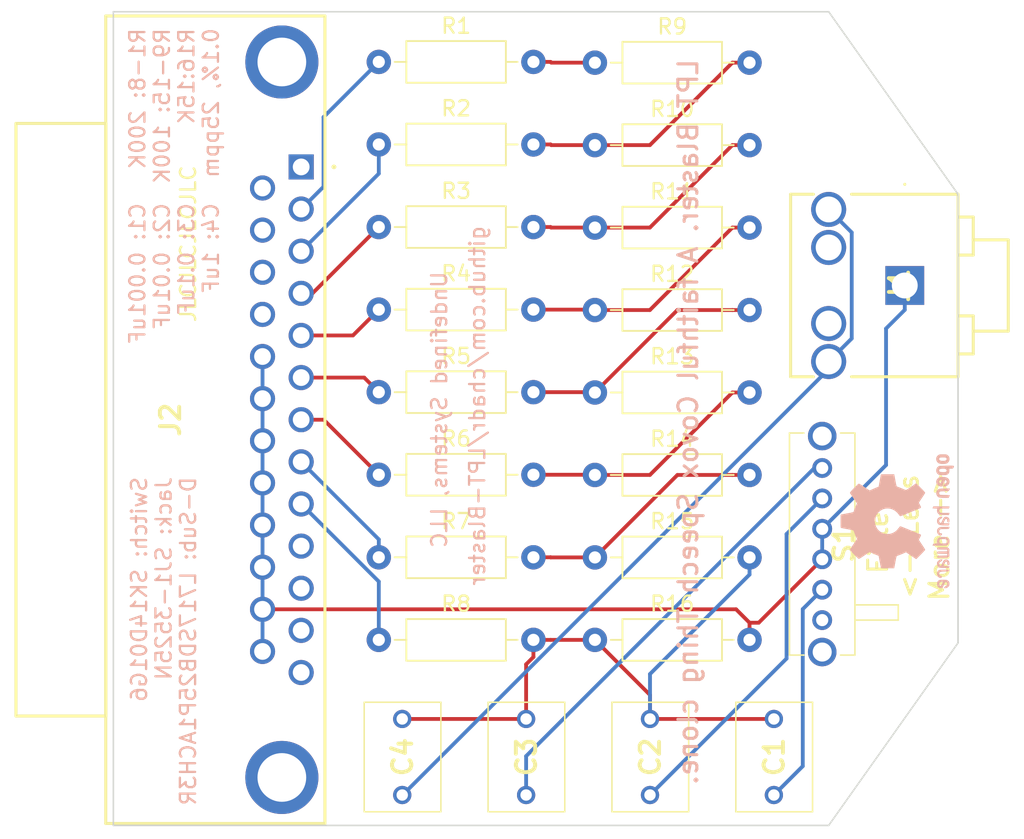
<source format=kicad_pcb>
(kicad_pcb (version 20221018) (generator pcbnew)
  (layers (0 "F.Cu" signal) (31 "B.Cu" signal) (34 "B.Paste" user) (35 "F.Paste" user) (36 "B.SilkS" user "B.Silkscreen") (37 "F.SilkS" user "F.Silkscreen") (38 "B.Mask" user) (39 "F.Mask" user) (44 "Edge.Cuts" user))
  (net 0 "")
  (net 1 "DAC OUT")
  (net 2 "Net-(C1-Pad2)")
  (net 3 "Net-(C2-Pad2)")
  (net 4 "Net-(C3-Pad2)")
  (net 5 "Filter Out")
  (net 6 "GND")
  (net 7 "D0")
  (net 8 "D1")
  (net 9 "D2")
  (net 10 "D3")
  (net 11 "D4")
  (net 15 "D5")
  (net 16 "D6")
  (net 17 "D7")
  (net 18 "Net-(R1-Pad2)")
  (net 19 "Net-(R10-Pad1)")
  (net 20 "Net-(R10-Pad2)")
  (net 21 "Net-(R11-Pad2)")
  (net 22 "Net-(R12-Pad2)")
  (net 31 "Net-(R13-Pad2)")
  (net 32 "Net-(R14-Pad2)")
  (footprint "Resistor_THT:R_Axial_DIN0207_L6.3mm_D2.5mm_P10.16mm_Horizontal" (layer "F.Cu") (at 127.64 72.9571)
    (fp_text reference "R14" (at 5.08 -2.37) (layer "F.SilkS"))
    (fp_text value "100K")
    (pad "1" thru_hole circle (at 0 0) (size 1.6 1.6) (drill 0.8) (layers "*.Cu" "*.Mask") (net 31 "Net-(R13-Pad2)"))
    (pad "2" thru_hole oval (at 10.16 0) (size 1.6 1.6) (drill 0.8) (layers "*.Cu" "*.Mask") (net 32 "Net-(R14-Pad2)"))
  )
  (footprint "Resistor_THT:R_Axial_DIN0207_L6.3mm_D2.5mm_P10.16mm_Horizontal" (layer "F.Cu") (at 113.44 56.6571)
    (fp_text reference "R3" (at 5.08 -2.37) (layer "F.SilkS"))
    (fp_text value "200K")
    (pad "1" thru_hole circle (at 0 0) (size 1.6 1.6) (drill 0.8) (layers "*.Cu" "*.Mask") (net 9 "D2"))
    (pad "2" thru_hole oval (at 10.16 0) (size 1.6 1.6) (drill 0.8) (layers "*.Cu" "*.Mask") (net 20 "Net-(R10-Pad2)"))
  )
  (footprint "Resistor_THT:R_Axial_DIN0207_L6.3mm_D2.5mm_P10.16mm_Horizontal" (layer "F.Cu") (at 127.64 78.3786)
    (fp_text reference "R15" (at 5.08 -2.37) (layer "F.SilkS"))
    (fp_text value "100K")
    (pad "1" thru_hole circle (at 0 0) (size 1.6 1.6) (drill 0.8) (layers "*.Cu" "*.Mask") (net 32 "Net-(R14-Pad2)"))
    (pad "2" thru_hole oval (at 10.16 0) (size 1.6 1.6) (drill 0.8) (layers "*.Cu" "*.Mask") (net 1 "DAC OUT"))
  )
  (footprint "Resistor_THT:R_Axial_DIN0207_L6.3mm_D2.5mm_P10.16mm_Horizontal" (layer "F.Cu") (at 113.44 83.8)
    (fp_text reference "R8" (at 5.08 -2.37) (layer "F.SilkS"))
    (fp_text value "200K")
    (pad "1" thru_hole circle (at 0 0) (size 1.6 1.6) (drill 0.8) (layers "*.Cu" "*.Mask") (net 17 "D7"))
    (pad "2" thru_hole oval (at 10.16 0) (size 1.6 1.6) (drill 0.8) (layers "*.Cu" "*.Mask") (net 1 "DAC OUT"))
  )
  (footprint "Resistor_THT:R_Axial_DIN0207_L6.3mm_D2.5mm_P10.16mm_Horizontal" (layer "F.Cu") (at 127.64 62.1143)
    (fp_text reference "R12" (at 5.08 -2.37) (layer "F.SilkS"))
    (fp_text value "100K")
    (pad "1" thru_hole circle (at 0 0) (size 1.6 1.6) (drill 0.8) (layers "*.Cu" "*.Mask") (net 21 "Net-(R11-Pad2)"))
    (pad "2" thru_hole oval (at 10.16 0) (size 1.6 1.6) (drill 0.8) (layers "*.Cu" "*.Mask") (net 22 "Net-(R12-Pad2)"))
  )
  (footprint "2:L717SDB25P1ACH3R" (layer "F.Cu") (at 108.34 52.705 -90)
    (fp_text reference "J2" (at 16.62 8.59 90) (layer "F.SilkS") (effects (font (size 1.27 1.27) (thickness 0.254))))
    (fp_text value "L717SDB25P1ACH3R" hide)
    (pad "1" thru_hole rect (at 0 0 270) (size 1.65 1.65) (drill 1.1) (layers "*.Cu" "*.Mask"))
    (pad "2" thru_hole circle (at 2.77 0 270) (size 1.65 1.65) (drill 1.1) (layers "*.Cu" "*.Mask") (net 7 "D0"))
    (pad "3" thru_hole circle (at 5.54 0 270) (size 1.65 1.65) (drill 1.1) (layers "*.Cu" "*.Mask") (net 8 "D1"))
    (pad "4" thru_hole circle (at 8.31 0 270) (size 1.65 1.65) (drill 1.1) (layers "*.Cu" "*.Mask") (net 9 "D2"))
    (pad "5" thru_hole circle (at 11.08 0 270) (size 1.65 1.65) (drill 1.1) (layers "*.Cu" "*.Mask") (net 10 "D3"))
    (pad "6" thru_hole circle (at 13.85 0 270) (size 1.65 1.65) (drill 1.1) (layers "*.Cu" "*.Mask") (net 11 "D4"))
    (pad "7" thru_hole circle (at 16.62 0 270) (size 1.65 1.65) (drill 1.1) (layers "*.Cu" "*.Mask") (net 15 "D5"))
    (pad "8" thru_hole circle (at 19.39 0 270) (size 1.65 1.65) (drill 1.1) (layers "*.Cu" "*.Mask") (net 16 "D6"))
    (pad "9" thru_hole circle (at 22.16 0 270) (size 1.65 1.65) (drill 1.1) (layers "*.Cu" "*.Mask") (net 17 "D7"))
    (pad "10" thru_hole circle (at 24.93 0 270) (size 1.65 1.65) (drill 1.1) (layers "*.Cu" "*.Mask"))
    (pad "11" thru_hole circle (at 27.7 0 270) (size 1.65 1.65) (drill 1.1) (layers "*.Cu" "*.Mask"))
    (pad "12" thru_hole circle (at 30.47 0 270) (size 1.65 1.65) (drill 1.1) (layers "*.Cu" "*.Mask"))
    (pad "13" thru_hole circle (at 33.24 0 270) (size 1.65 1.65) (drill 1.1) (layers "*.Cu" "*.Mask"))
    (pad "14" thru_hole circle (at 1.385 2.54 270) (size 1.65 1.65) (drill 1.1) (layers "*.Cu" "*.Mask"))
    (pad "15" thru_hole circle (at 4.155 2.54 270) (size 1.65 1.65) (drill 1.1) (layers "*.Cu" "*.Mask"))
    (pad "16" thru_hole circle (at 6.925 2.54 270) (size 1.65 1.65) (drill 1.1) (layers "*.Cu" "*.Mask"))
    (pad "17" thru_hole circle (at 9.695 2.54 270) (size 1.65 1.65) (drill 1.1) (layers "*.Cu" "*.Mask"))
    (pad "18" thru_hole circle (at 12.465 2.54 270) (size 1.65 1.65) (drill 1.1) (layers "*.Cu" "*.Mask") (net 6 "GND"))
    (pad "19" thru_hole circle (at 15.235 2.54 270) (size 1.65 1.65) (drill 1.1) (layers "*.Cu" "*.Mask") (net 6 "GND"))
    (pad "20" thru_hole circle (at 18.005 2.54 270) (size 1.65 1.65) (drill 1.1) (layers "*.Cu" "*.Mask") (net 6 "GND"))
    (pad "21" thru_hole circle (at 20.775 2.54 270) (size 1.65 1.65) (drill 1.1) (layers "*.Cu" "*.Mask") (net 6 "GND"))
    (pad "22" thru_hole circle (at 23.545 2.54 270) (size 1.65 1.65) (drill 1.1) (layers "*.Cu" "*.Mask") (net 6 "GND"))
    (pad "23" thru_hole circle (at 26.315 2.54 270) (size 1.65 1.65) (drill 1.1) (layers "*.Cu" "*.Mask") (net 6 "GND"))
    (pad "24" thru_hole circle (at 29.085 2.54 270) (size 1.65 1.65) (drill 1.1) (layers "*.Cu" "*.Mask") (net 6 "GND"))
    (pad "25" thru_hole circle (at 31.855 2.54 270) (size 1.65 1.65) (drill 1.1) (layers "*.Cu" "*.Mask") (net 6 "GND"))
    (pad "MH1" thru_hole circle (at -6.9 1.27 270) (size 4.8 4.8) (drill 3.2) (layers "*.Cu" "*.Mask"))
    (pad "MH2" thru_hole circle (at 40.14 1.27 270) (size 4.8 4.8) (drill 3.2) (layers "*.Cu" "*.Mask"))
  )
  (footprint "3:R82DC4100DQ60J" (layer "F.Cu") (at 139.4 89 -90)
    (fp_text reference "C1" (at 2.5 -0.02 90) (layer "F.SilkS") (effects (font (size 1.27 1.27) (thickness 0.254))))
    (fp_text value "0.001uF" hide)
    (pad "1" thru_hole circle (at 0 0 270) (size 1.2 1.2) (drill 0.75) (layers "*.Cu" "*.Mask") (net 1 "DAC OUT"))
    (pad "2" thru_hole circle (at 5 0 270) (size 1.2 1.2) (drill 0.75) (layers "*.Cu" "*.Mask") (net 2 "Net-(C1-Pad2)"))
  )
  (footprint "Resistor_THT:R_Axial_DIN0207_L6.3mm_D2.5mm_P10.16mm_Horizontal" (layer "F.Cu") (at 127.64 67.5357)
    (fp_text reference "R13" (at 5.08 -2.37) (layer "F.SilkS"))
    (fp_text value "100K")
    (pad "1" thru_hole circle (at 0 0) (size 1.6 1.6) (drill 0.8) (layers "*.Cu" "*.Mask") (net 22 "Net-(R12-Pad2)"))
    (pad "2" thru_hole oval (at 10.16 0) (size 1.6 1.6) (drill 0.8) (layers "*.Cu" "*.Mask") (net 31 "Net-(R13-Pad2)"))
  )
  (footprint "Resistor_THT:R_Axial_DIN0207_L6.3mm_D2.5mm_P10.16mm_Horizontal" (layer "F.Cu") (at 113.44 51.2286)
    (fp_text reference "R2" (at 5.08 -2.37) (layer "F.SilkS"))
    (fp_text value "200K")
    (pad "1" thru_hole circle (at 0 0) (size 1.6 1.6) (drill 0.8) (layers "*.Cu" "*.Mask") (net 8 "D1"))
    (pad "2" thru_hole oval (at 10.16 0) (size 1.6 1.6) (drill 0.8) (layers "*.Cu" "*.Mask") (net 19 "Net-(R10-Pad1)"))
  )
  (footprint "Resistor_THT:R_Axial_DIN0207_L6.3mm_D2.5mm_P10.16mm_Horizontal" (layer "F.Cu") (at 127.64 83.8)
    (fp_text reference "R16" (at 5.08 -2.37) (layer "F.SilkS"))
    (fp_text value "15K")
    (pad "1" thru_hole circle (at 0 0) (size 1.6 1.6) (drill 0.8) (layers "*.Cu" "*.Mask") (net 1 "DAC OUT"))
    (pad "2" thru_hole oval (at 10.16 0) (size 1.6 1.6) (drill 0.8) (layers "*.Cu" "*.Mask") (net 6 "GND"))
  )
  (footprint "4:SK14D01G6" (layer "F.Cu") (at 142.575 82.5 90)
    (fp_text reference "S1" (at 5 1.425 90) (layer "F.SilkS") (effects (font (size 1.27 1.27) (thickness 0.254))))
    (fp_text value "Filter" hide)
    (pad "1" thru_hole circle (at 0 0 90) (size 1.3 1.3) (drill 0.8) (layers "*.Cu" "*.Mask"))
    (pad "2" thru_hole circle (at 2 0 90) (size 1.3 1.3) (drill 0.8) (layers "*.Cu" "*.Mask") (net 2 "Net-(C1-Pad2)"))
    (pad "3" thru_hole circle (at 4 0 90) (size 1.3 1.3) (drill 0.8) (layers "*.Cu" "*.Mask") (net 6 "GND"))
    (pad "4" thru_hole circle (at 6 0 90) (size 1.3 1.3) (drill 0.8) (layers "*.Cu" "*.Mask") (net 6 "GND"))
    (pad "5" thru_hole circle (at 8 0 90) (size 1.3 1.3) (drill 0.8) (layers "*.Cu" "*.Mask") (net 3 "Net-(C2-Pad2)"))
    (pad "6" thru_hole circle (at 10 0 90) (size 1.3 1.3) (drill 0.8) (layers "*.Cu" "*.Mask") (net 4 "Net-(C3-Pad2)"))
    (pad "MH1" thru_hole circle (at -2.1 0 90) (size 1.875 1.875) (drill 1.25) (layers "*.Cu" "*.Mask"))
    (pad "MH2" thru_hole circle (at 12.1 0 90) (size 1.875 1.875) (drill 1.25) (layers "*.Cu" "*.Mask"))
  )
  (footprint "Resistor_THT:R_Axial_DIN0207_L6.3mm_D2.5mm_P10.16mm_Horizontal" (layer "F.Cu") (at 113.44 67.5143)
    (fp_text reference "R5" (at 5.08 -2.37) (layer "F.SilkS"))
    (fp_text value "200K")
    (pad "1" thru_hole circle (at 0 0) (size 1.6 1.6) (drill 0.8) (layers "*.Cu" "*.Mask") (net 11 "D4"))
    (pad "2" thru_hole oval (at 10.16 0) (size 1.6 1.6) (drill 0.8) (layers "*.Cu" "*.Mask") (net 22 "Net-(R12-Pad2)"))
  )
  (footprint "1:SJ13525N" (layer "F.Cu") (at 148 60.5 -90)
    (fp_text reference "J1" (at 0 0.35 90) (layer "F.SilkS") (effects (font (size 1.27 1.27) (thickness 0.254))))
    (fp_text value "SJ1-3525N" hide)
    (pad "" np_thru_hole circle (at -5 -2.5 270) (size 1.2 1.2) (drill 1.2) (layers "*.Cu" "*.Mask"))
    (pad "" np_thru_hole circle (at -5 0 270) (size 1.2 1.2) (drill 1.2) (layers "*.Cu" "*.Mask"))
    (pad "" np_thru_hole circle (at 0 5 270) (size 1.2 1.2) (drill 1.2) (layers "*.Cu" "*.Mask"))
    (pad "" np_thru_hole circle (at 5 -2.5 270) (size 1.2 1.2) (drill 1.2) (layers "*.Cu" "*.Mask"))
    (pad "" np_thru_hole circle (at 5 0 270) (size 1.2 1.2) (drill 1.2) (layers "*.Cu" "*.Mask"))
    (pad "1" thru_hole rect (at 0 0 270) (size 2.55 2.55) (drill 1.7) (layers "*.Cu" "*.Mask") (net 6 "GND"))
    (pad "2" thru_hole circle (at -5 5 270) (size 2.3 2.3) (drill 1.7) (layers "*.Cu" "*.Mask") (net 5 "Filter Out"))
    (pad "3" thru_hole circle (at 5 5 270) (size 2.3 2.3) (drill 1.7) (layers "*.Cu" "*.Mask") (net 5 "Filter Out"))
    (pad "10" thru_hole circle (at -2.5 5 270) (size 2.3 2.3) (drill 1.7) (layers "*.Cu" "*.Mask"))
    (pad "11" thru_hole circle (at 2.5 5 270) (size 2.3 2.3) (drill 1.7) (layers "*.Cu" "*.Mask"))
  )
  (footprint "Resistor_THT:R_Axial_DIN0207_L6.3mm_D2.5mm_P10.16mm_Horizontal" (layer "F.Cu") (at 113.44 78.3714)
    (fp_text reference "R7" (at 5.08 -2.37) (layer "F.SilkS"))
    (fp_text value "200K")
    (pad "1" thru_hole circle (at 0 0) (size 1.6 1.6) (drill 0.8) (layers "*.Cu" "*.Mask") (net 16 "D6"))
    (pad "2" thru_hole oval (at 10.16 0) (size 1.6 1.6) (drill 0.8) (layers "*.Cu" "*.Mask") (net 32 "Net-(R14-Pad2)"))
  )
  (footprint "Resistor_THT:R_Axial_DIN0207_L6.3mm_D2.5mm_P10.16mm_Horizontal" (layer "F.Cu") (at 127.64 51.2714)
    (fp_text reference "R10" (at 5.08 -2.37) (layer "F.SilkS"))
    (fp_text value "100K")
    (pad "1" thru_hole circle (at 0 0) (size 1.6 1.6) (drill 0.8) (layers "*.Cu" "*.Mask") (net 19 "Net-(R10-Pad1)"))
    (pad "2" thru_hole oval (at 10.16 0) (size 1.6 1.6) (drill 0.8) (layers "*.Cu" "*.Mask") (net 20 "Net-(R10-Pad2)"))
  )
  (footprint "3:R82DC4100DQ60J" (layer "F.Cu") (at 114.98 89 -90)
    (fp_text reference "C4" (at 2.5 -0.02 90) (layer "F.SilkS") (effects (font (size 1.27 1.27) (thickness 0.254))))
    (fp_text value "1uF" hide)
    (pad "1" thru_hole circle (at 0 0 270) (size 1.2 1.2) (drill 0.75) (layers "*.Cu" "*.Mask") (net 1 "DAC OUT"))
    (pad "2" thru_hole circle (at 5 0 270) (size 1.2 1.2) (drill 0.75) (layers "*.Cu" "*.Mask") (net 5 "Filter Out"))
  )
  (footprint "3:R82DC4100DQ60J" (layer "F.Cu") (at 131.26 89 -90)
    (fp_text reference "C2" (at 2.5 -0.02 90) (layer "F.SilkS") (effects (font (size 1.27 1.27) (thickness 0.254))))
    (fp_text value "0.01uF" hide)
    (pad "1" thru_hole circle (at 0 0 270) (size 1.2 1.2) (drill 0.75) (layers "*.Cu" "*.Mask") (net 1 "DAC OUT"))
    (pad "2" thru_hole circle (at 5 0 270) (size 1.2 1.2) (drill 0.75) (layers "*.Cu" "*.Mask") (net 3 "Net-(C2-Pad2)"))
  )
  (footprint "Resistor_THT:R_Axial_DIN0207_L6.3mm_D2.5mm_P10.16mm_Horizontal" (layer "F.Cu") (at 113.44 45.8)
    (fp_text reference "R1" (at 5.08 -2.37) (layer "F.SilkS"))
    (fp_text value "200K")
    (pad "1" thru_hole circle (at 0 0) (size 1.6 1.6) (drill 0.8) (layers "*.Cu" "*.Mask") (net 7 "D0"))
    (pad "2" thru_hole oval (at 10.16 0) (size 1.6 1.6) (drill 0.8) (layers "*.Cu" "*.Mask") (net 18 "Net-(R1-Pad2)"))
  )
  (footprint "3:R82DC4100DQ60J" (layer "F.Cu") (at 123.12 89 -90)
    (fp_text reference "C3" (at 2.5 -0.02 90) (layer "F.SilkS") (effects (font (size 1.27 1.27) (thickness 0.254))))
    (fp_text value "0.1uF" hide)
    (pad "1" thru_hole circle (at 0 0 270) (size 1.2 1.2) (drill 0.75) (layers "*.Cu" "*.Mask") (net 1 "DAC OUT"))
    (pad "2" thru_hole circle (at 5 0 270) (size 1.2 1.2) (drill 0.75) (layers "*.Cu" "*.Mask") (net 4 "Net-(C3-Pad2)"))
  )
  (footprint "Resistor_THT:R_Axial_DIN0207_L6.3mm_D2.5mm_P10.16mm_Horizontal" (layer "F.Cu") (at 127.64 45.85)
    (fp_text reference "R9" (at 5.08 -2.37) (layer "F.SilkS"))
    (fp_text value "100K")
    (pad "1" thru_hole circle (at 0 0) (size 1.6 1.6) (drill 0.8) (layers "*.Cu" "*.Mask") (net 18 "Net-(R1-Pad2)"))
    (pad "2" thru_hole oval (at 10.16 0) (size 1.6 1.6) (drill 0.8) (layers "*.Cu" "*.Mask") (net 19 "Net-(R10-Pad1)"))
  )
  (footprint "Resistor_THT:R_Axial_DIN0207_L6.3mm_D2.5mm_P10.16mm_Horizontal" (layer "F.Cu") (at 127.64 56.6929)
    (fp_text reference "R11" (at 5.08 -2.37) (layer "F.SilkS"))
    (fp_text value "100K")
    (pad "1" thru_hole circle (at 0 0) (size 1.6 1.6) (drill 0.8) (layers "*.Cu" "*.Mask") (net 20 "Net-(R10-Pad2)"))
    (pad "2" thru_hole oval (at 10.16 0) (size 1.6 1.6) (drill 0.8) (layers "*.Cu" "*.Mask") (net 21 "Net-(R11-Pad2)"))
  )
  (footprint "Resistor_THT:R_Axial_DIN0207_L6.3mm_D2.5mm_P10.16mm_Horizontal" (layer "F.Cu") (at 113.44 62.0857)
    (fp_text reference "R4" (at 5.08 -2.37) (layer "F.SilkS"))
    (fp_text value "200K")
    (pad "1" thru_hole circle (at 0 0) (size 1.6 1.6) (drill 0.8) (layers "*.Cu" "*.Mask") (net 10 "D3"))
    (pad "2" thru_hole oval (at 10.16 0) (size 1.6 1.6) (drill 0.8) (layers "*.Cu" "*.Mask") (net 21 "Net-(R11-Pad2)"))
  )
  (footprint "Resistor_THT:R_Axial_DIN0207_L6.3mm_D2.5mm_P10.16mm_Horizontal" (layer "F.Cu") (at 113.44 72.9429)
    (fp_text reference "R6" (at 5.08 -2.37) (layer "F.SilkS"))
    (fp_text value "200K")
    (pad "1" thru_hole circle (at 0 0) (size 1.6 1.6) (drill 0.8) (layers "*.Cu" "*.Mask") (net 15 "D5"))
    (pad "2" thru_hole oval (at 10.16 0) (size 1.6 1.6) (drill 0.8) (layers "*.Cu" "*.Mask") (net 31 "Net-(R13-Pad2)"))
  )
  (footprint "Symbol:OSHW-Logo2_9.8x8mm_SilkScreen" (layer "B.Cu") (at 147.5 76 -90)
    (fp_text reference "REF**" hide)
    (fp_text value "OSHW-Logo2_9.8x8mm_SilkScreen" hide)
  )
  (gr_line (start 96 42.5) (end 143 42.5) (stroke (width 0.1)) (layer "Edge.Cuts"))
  (gr_line (start 96 42.5) (end 96 96) (stroke (width 0.1)) (layer "Edge.Cuts"))
  (gr_line (start 96 96) (end 143 96) (stroke (width 0.1)) (layer "Edge.Cuts"))
  (gr_line (start 143 42.5) (end 151.5 54.5) (stroke (width 0.1)) (layer "Edge.Cuts"))
  (gr_line (start 143 96) (end 151.5 84) (stroke (width 0.1)) (layer "Edge.Cuts"))
  (gr_line (start 151.5 84) (end 151.5 54.5) (stroke (width 0.1)) (layer "Edge.Cuts"))
  (gr_text "C1: 0.001uF\nC2: 0.01uF\nC3: 0.1uF\nC4: 1uF" (at 103 55 90) (layer "B.SilkS") (effects (font (size 1 1)) (justify left bottom mirror)))
  (gr_text "Undefined Systems, LLC" (at 118 59.5 90) (layer "B.SilkS") (effects (font (size 1 1)) (justify left bottom mirror)))
  (gr_text "LPT Blaster. A faithful Covox Speech Thing clone." (at 134.5 45.5 90) (layer "B.SilkS") (effects (font (size 1.25 1.25) (thickness 0.2) bold) (justify left bottom mirror)))
  (gr_text "Switch: SK14D01G6\nJack: SJ1-3525N\nD-Sub: L717SDB25P1ACH3R" (at 101.5 73 90) (layer "B.SilkS") (effects (font (size 1 1)) (justify left bottom mirror)))
  (gr_text "R1-8: 200K\nR9-15: 100K\nR16:15K\n0.1%, 25ppm" (at 103 43.5 90) (layer "B.SilkS") (effects (font (size 1 1)) (justify left bottom mirror)))
  (gr_text "github.com/chadr/LPT-Blaster" (at 120.5 56.5 90) (layer "B.SilkS") (effects (font (size 1 1)) (justify left bottom mirror)))
  (gr_text "Filter\n<- Less\nMore ->" (at 151 77 90) (layer "F.SilkS") (effects (font (size 1.25 1.25) (thickness 0.2) bold) (justify bottom)))
  (gr_text "JLCJLCJLCJLC" (at 101.5 63 90) (layer "F.SilkS") (effects (font (size 1 1)) (justify left bottom)))
  (segment (start 123.12 89) (end 114.98 89) (width 0.25) (layer "F.Cu") (net 1))
  (segment (start 123.6 83.8) (end 123.6 84.9269) (width 0.25) (layer "F.Cu") (net 1))
  (segment (start 123.6 83.8) (end 124.7269 83.8) (width 0.25) (layer "F.Cu") (net 1))
  (segment (start 123.12 89) (end 123.12 85.4069) (width 0.25) (layer "F.Cu") (net 1))
  (segment (start 139.4 89) (end 131.26 89) (width 0.25) (layer "F.Cu") (net 1))
  (segment (start 127.64 83.8) (end 124.7269 83.8) (width 0.25) (layer "F.Cu") (net 1))
  (segment (start 131.26 87.42) (end 127.64 83.8) (width 0.25) (layer "F.Cu") (net 1))
  (segment (start 123.12 85.4069) (end 123.6 84.9269) (width 0.25) (layer "F.Cu") (net 1))
  (segment (start 131.26 89) (end 131.26 87.42) (width 0.25) (layer "F.Cu") (net 1))
  (segment (start 131.26 86.0455) (end 137.8 79.5055) (width 0.25) (layer "B.Cu") (net 1))
  (segment (start 131.26 89) (end 131.26 86.0455) (width 0.25) (layer "B.Cu") (net 1))
  (segment (start 137.8 78.3786) (end 137.8 79.5055) (width 0.25) (layer "B.Cu") (net 1))
  (segment (start 142.575 80.5) (end 141.2978 81.7772) (width 0.25) (layer "B.Cu") (net 2))
  (segment (start 141.2978 92.1022) (end 139.4 94) (width 0.25) (layer "B.Cu") (net 2))
  (segment (start 141.2978 81.7772) (end 141.2978 92.1022) (width 0.25) (layer "B.Cu") (net 2))
  (segment (start 142.575 74.5) (end 140.2329 76.8421) (width 0.25) (layer "B.Cu") (net 3))
  (segment (start 140.2329 85.0271) (end 131.26 94) (width 0.25) (layer "B.Cu") (net 3))
  (segment (start 140.2329 76.8421) (end 140.2329 85.0271) (width 0.25) (layer "B.Cu") (net 3))
  (segment (start 123.12 91.4441) (end 123.12 94) (width 0.25) (layer "B.Cu") (net 4))
  (segment (start 142.575 72.5) (end 142.0641 72.5) (width 0.25) (layer "B.Cu") (net 4))
  (segment (start 142.0641 72.5) (end 123.12 91.4441) (width 0.25) (layer "B.Cu") (net 4))
  (segment (start 144.5151 63.9849) (end 144.5151 57.0151) (width 0.25) (layer "B.Cu") (net 5))
  (segment (start 143 65.5) (end 144.5151 63.9849) (width 0.25) (layer "B.Cu") (net 5))
  (segment (start 144.5151 57.0151) (end 143 55.5) (width 0.25) (layer "B.Cu") (net 5))
  (segment (start 143 65.5) (end 143 66.0012) (width 0.25) (layer "B.Cu") (net 5))
  (segment (start 115.0012 94) (end 114.98 94) (width 0.25) (layer "B.Cu") (net 5))
  (segment (start 143 66.0012) (end 115.0012 94) (width 0.25) (layer "B.Cu") (net 5))
  (segment (start 138.4019 82.6731) (end 137.8 82.6731) (width 0.25) (layer "F.Cu") (net 6))
  (segment (start 137.8 83.8) (end 137.8 82.6731) (width 0.25) (layer "F.Cu") (net 6))
  (segment (start 136.9169 81.79) (end 137.8 82.6731) (width 0.25) (layer "F.Cu") (net 6))
  (segment (start 142.575 78.5) (end 138.4019 82.6731) (width 0.25) (layer "F.Cu") (net 6))
  (segment (start 105.8 81.79) (end 136.9169 81.79) (width 0.25) (layer "F.Cu") (net 6))
  (segment (start 105.8 70.71) (end 105.8 73.48) (width 0.25) (layer "B.Cu") (net 6))
  (segment (start 142.575 76.5) (end 142.575 78.5) (width 0.25) (layer "B.Cu") (net 6))
  (segment (start 105.8 65.17) (end 105.8 67.94) (width 0.25) (layer "B.Cu") (net 6))
  (segment (start 105.8 76.25) (end 105.8 79.02) (width 0.25) (layer "B.Cu") (net 6))
  (segment (start 148 60.5) (end 148 62.1019) (width 0.25) (layer "B.Cu") (net 6))
  (segment (start 148 62.1019) (end 146.77 63.3319) (width 0.25) (layer "B.Cu") (net 6))
  (segment (start 105.8 81.79) (end 105.8 84.56) (width 0.25) (layer "B.Cu") (net 6))
  (segment (start 146.77 63.3319) (end 146.77 72.305) (width 0.25) (layer "B.Cu") (net 6))
  (segment (start 146.77 72.305) (end 142.575 76.5) (width 0.25) (layer "B.Cu") (net 6))
  (segment (start 105.8 79.02) (end 105.8 81.79) (width 0.25) (layer "B.Cu") (net 6))
  (segment (start 105.8 73.48) (end 105.8 76.25) (width 0.25) (layer "B.Cu") (net 6))
  (segment (start 105.8 67.94) (end 105.8 70.71) (width 0.25) (layer "B.Cu") (net 6))
  (segment (start 109.809 54.006) (end 109.809 49.431) (width 0.25) (layer "B.Cu") (net 7))
  (segment (start 108.34 55.475) (end 109.809 54.006) (width 0.25) (layer "B.Cu") (net 7))
  (segment (start 109.809 49.431) (end 113.44 45.8) (width 0.25) (layer "B.Cu") (net 7))
  (segment (start 113.44 53.145) (end 113.44 51.2286) (width 0.25) (layer "B.Cu") (net 8))
  (segment (start 108.34 58.245) (end 113.44 53.145) (width 0.25) (layer "B.Cu") (net 8))
  (segment (start 109.0821 61.015) (end 113.44 56.6571) (width 0.25) (layer "F.Cu") (net 9))
  (segment (start 108.34 61.015) (end 109.0821 61.015) (width 0.25) (layer "F.Cu") (net 9))
  (segment (start 111.7407 63.785) (end 113.44 62.0857) (width 0.25) (layer "F.Cu") (net 10))
  (segment (start 108.34 63.785) (end 111.7407 63.785) (width 0.25) (layer "F.Cu") (net 10))
  (segment (start 108.34 66.555) (end 112.4807 66.555) (width 0.25) (layer "F.Cu") (net 11))
  (segment (start 112.4807 66.555) (end 113.44 67.5143) (width 0.25) (layer "F.Cu") (net 11))
  (segment (start 109.8221 69.325) (end 113.44 72.9429) (width 0.25) (layer "F.Cu") (net 15))
  (segment (start 108.34 69.325) (end 109.8221 69.325) (width 0.25) (layer "F.Cu") (net 15))
  (segment (start 108.34 72.095) (end 113.44 77.195) (width 0.25) (layer "B.Cu") (net 16))
  (segment (start 113.44 77.195) (end 113.44 78.3714) (width 0.25) (layer "B.Cu") (net 16))
  (segment (start 108.34 74.865) (end 113.44 79.965) (width 0.25) (layer "B.Cu") (net 17))
  (segment (start 113.44 79.965) (end 113.44 83.8) (width 0.25) (layer "B.Cu") (net 17))
  (segment (start 123.6 45.8) (end 124.7269 45.8) (width 0.25) (layer "F.Cu") (net 18))
  (segment (start 124.7769 45.85) (end 124.7269 45.8) (width 0.25) (layer "F.Cu") (net 18))
  (segment (start 127.64 45.85) (end 124.7769 45.85) (width 0.25) (layer "F.Cu") (net 18))
  (segment (start 127.64 51.2714) (end 124.7697 51.2714) (width 0.25) (layer "F.Cu") (net 19))
  (segment (start 131.2517 51.2714) (end 127.64 51.2714) (width 0.25) (layer "F.Cu") (net 19))
  (segment (start 123.6 51.2286) (end 124.7269 51.2286) (width 0.25) (layer "F.Cu") (net 19))
  (segment (start 124.7697 51.2714) (end 124.7269 51.2286) (width 0.25) (layer "F.Cu") (net 19))
  (segment (start 136.6731 45.85) (end 131.2517 51.2714) (width 0.25) (layer "F.Cu") (net 19))
  (segment (start 137.8 45.85) (end 136.6731 45.85) (width 0.25) (layer "F.Cu") (net 19))
  (segment (start 131.2516 56.6929) (end 127.64 56.6929) (width 0.25) (layer "F.Cu") (net 20))
  (segment (start 137.8 51.2714) (end 136.6731 51.2714) (width 0.25) (layer "F.Cu") (net 20))
  (segment (start 127.64 56.6929) (end 124.7627 56.6929) (width 0.25) (layer "F.Cu") (net 20))
  (segment (start 136.6731 51.2714) (end 131.2516 56.6929) (width 0.25) (layer "F.Cu") (net 20))
  (segment (start 124.7627 56.6929) (end 124.7269 56.6571) (width 0.25) (layer "F.Cu") (net 20))
  (segment (start 123.6 56.6571) (end 124.7269 56.6571) (width 0.25) (layer "F.Cu") (net 20))
  (segment (start 136.6731 56.6929) (end 131.2517 62.1143) (width 0.25) (layer "F.Cu") (net 21))
  (segment (start 137.8 56.6929) (end 136.6731 56.6929) (width 0.25) (layer "F.Cu") (net 21))
  (segment (start 131.2517 62.1143) (end 127.64 62.1143) (width 0.25) (layer "F.Cu") (net 21))
  (segment (start 127.6114 62.0857) (end 127.64 62.1143) (width 0.25) (layer "F.Cu") (net 21))
  (segment (start 123.6 62.0857) (end 127.6114 62.0857) (width 0.25) (layer "F.Cu") (net 21))
  (segment (start 137.8 62.1143) (end 136.6731 62.1143) (width 0.25) (layer "F.Cu") (net 22))
  (segment (start 127.64 67.5357) (end 133.0614 62.1143) (width 0.25) (layer "F.Cu") (net 22))
  (segment (start 127.6186 67.5143) (end 127.64 67.5357) (width 0.25) (layer "F.Cu") (net 22))
  (segment (start 133.0614 62.1143) (end 136.6731 62.1143) (width 0.25) (layer "F.Cu") (net 22))
  (segment (start 123.6 67.5143) (end 127.6186 67.5143) (width 0.25) (layer "F.Cu") (net 22))
  (segment (start 131.2517 72.9571) (end 127.64 72.9571) (width 0.25) (layer "F.Cu") (net 31))
  (segment (start 137.8 67.5357) (end 136.6731 67.5357) (width 0.25) (layer "F.Cu") (net 31))
  (segment (start 127.6258 72.9429) (end 127.64 72.9571) (width 0.25) (layer "F.Cu") (net 31))
  (segment (start 123.6 72.9429) (end 127.6258 72.9429) (width 0.25) (layer "F.Cu") (net 31))
  (segment (start 136.6731 67.5357) (end 131.2517 72.9571) (width 0.25) (layer "F.Cu") (net 31))
  (segment (start 123.6 78.3714) (end 124.7269 78.3714) (width 0.25) (layer "F.Cu") (net 32))
  (segment (start 133.0615 72.9571) (end 136.6731 72.9571) (width 0.25) (layer "F.Cu") (net 32))
  (segment (start 127.64 78.3786) (end 133.0615 72.9571) (width 0.25) (layer "F.Cu") (net 32))
  (segment (start 124.7341 78.3786) (end 127.64 78.3786) (width 0.25) (layer "F.Cu") (net 32))
  (segment (start 124.7269 78.3714) (end 124.7341 78.3786) (width 0.25) (layer "F.Cu") (net 32))
  (segment (start 137.8 72.9571) (end 136.6731 72.9571) (width 0.25) (layer "F.Cu") (net 32))
)
</source>
